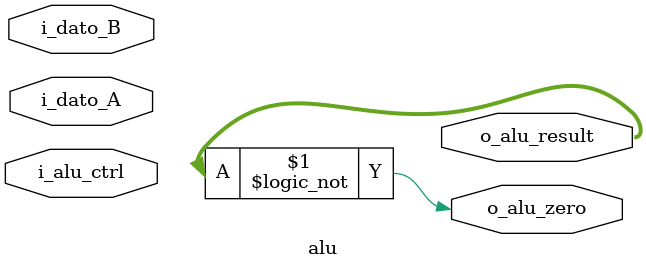
<source format=v>
`timescale 1ns / 1ps

module alu#(
	//Parameters
	parameter		N_BITS          = 32,
	parameter		N_BITS_CONTROL  = 4
)
(
	//inputs
	input wire [N_BITS-1:0]    		i_dato_A,
	input wire [N_BITS-1:0]    		i_dato_B,
	input wire [N_BITS_CONTROL-1:0] i_alu_ctrl,
	
	//output
	output reg [N_BITS-1:0]    o_alu_result,
	output reg 				   o_alu_zero
);
	
	assign o_alu_zero = (o_alu_result == 0);

    always@(*) begin:alu
               
        case(i_alu_ctrl)
        4'b0010:  o_alu = i_dato_A + i_dato_B;    //suma
        4'b0110:  o_alu = i_dato_A - i_dato_B;    //resta
        4'b0000:  o_alu = i_dato_A & i_dato_B;    //and
        4'b0010:  o_alu = i_dato_A | i_dato_B;    //or
        4'b0111:  o_alu = i_dato_A < i_dato_B;    //slt
        4'b1001:  o_alu = i_dato_A >>> i_dato_B;  //SRA (arithmetic): extiende el signo
        4'b1000:  o_alu = i_dato_A >> i_dato_B;   //SRL (logic): insterta 0
        4'b0011:  o_alu = ~(i_dato_A | i_dato_B); //nor
		4'b0101:  o_alu = i_dato_A << i_dato_B;   //sll
		4'b0100:  o_alu = i_dato_A ^ i_dato_B;    //xor
        default: o_alu = {N_BITS{1'b0}};          //default = 0
        endcase
                
    end
endmodule
</source>
